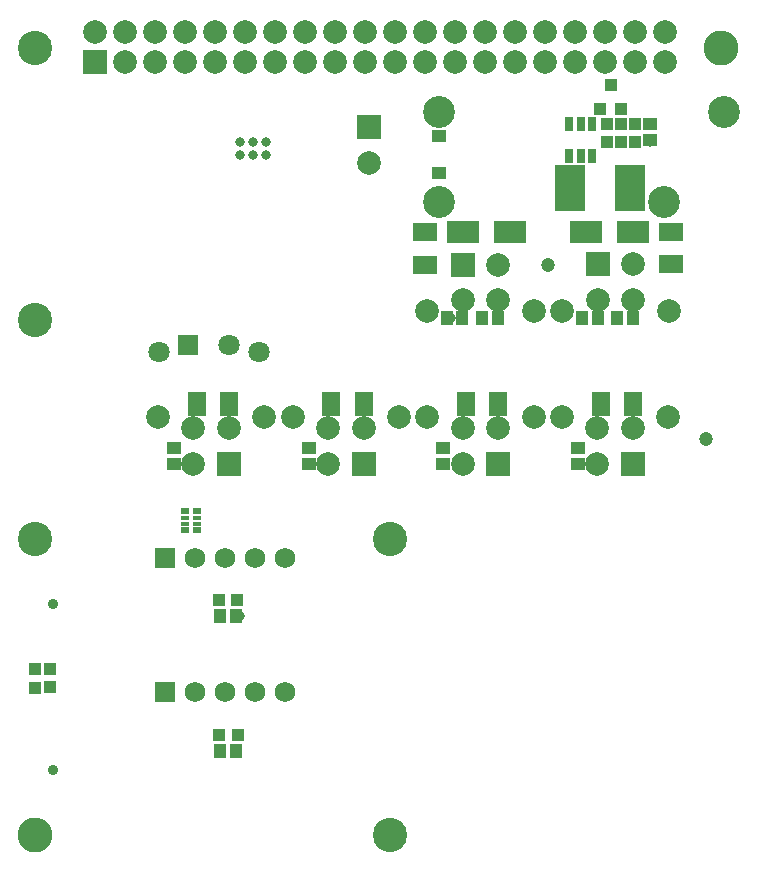
<source format=gbs>
G04*
G04 #@! TF.GenerationSoftware,Altium Limited,Altium Designer,20.0.11 (256)*
G04*
G04 Layer_Color=16711935*
%FSLAX25Y25*%
%MOIN*%
G70*
G01*
G75*
%ADD52R,0.04143X0.04537*%
%ADD53R,0.04537X0.04143*%
%ADD56R,0.04147X0.04147*%
%ADD57R,0.04147X0.04147*%
%ADD71R,0.03950X0.04343*%
%ADD72C,0.04737*%
%ADD73C,0.07887*%
%ADD74R,0.07887X0.07887*%
%ADD75C,0.10642*%
%ADD76R,0.07099X0.07099*%
%ADD77C,0.07099*%
%ADD78C,0.06800*%
%ADD79R,0.06800X0.06800*%
%ADD80C,0.03556*%
%ADD81C,0.11430*%
%ADD82C,0.11627*%
%ADD83C,0.03162*%
%ADD120R,0.10446X0.15367*%
%ADD121R,0.02962X0.04537*%
%ADD122R,0.06312X0.07887*%
%ADD123R,0.07887X0.06312*%
%ADD124R,0.10642X0.07493*%
%ADD125R,0.02769X0.01784*%
%ADD126R,0.02769X0.02178*%
%ADD127R,0.04540X0.04343*%
D52*
X203737Y182035D02*
D03*
X209052D02*
D03*
X152168Y182041D02*
D03*
X146853D02*
D03*
X76772Y82677D02*
D03*
X71457D02*
D03*
X76772Y37795D02*
D03*
X71457D02*
D03*
X164086Y182035D02*
D03*
X158772D02*
D03*
X197247D02*
D03*
X191932D02*
D03*
D53*
X190554Y138779D02*
D03*
Y133465D02*
D03*
X145672Y138779D02*
D03*
Y133465D02*
D03*
X101088Y138841D02*
D03*
Y133526D02*
D03*
X56153Y138908D02*
D03*
Y133593D02*
D03*
X214764Y241398D02*
D03*
Y246713D02*
D03*
D56*
X71063Y88189D02*
D03*
X77165D02*
D03*
X77253Y43012D02*
D03*
X71150D02*
D03*
D57*
X200394Y240611D02*
D03*
Y246713D02*
D03*
X209802Y240611D02*
D03*
Y246713D02*
D03*
X205118Y246713D02*
D03*
Y240611D02*
D03*
X14567Y65157D02*
D03*
Y59055D02*
D03*
X9625Y58858D02*
D03*
Y64961D02*
D03*
D71*
X205118Y251871D02*
D03*
X198031D02*
D03*
X201575Y259745D02*
D03*
D72*
X180709Y199606D02*
D03*
X233240Y141656D02*
D03*
D73*
X220863Y184490D02*
D03*
X209052Y188190D02*
D03*
X197241D02*
D03*
X185430Y184490D02*
D03*
X209052Y200001D02*
D03*
X164086Y199908D02*
D03*
X140464Y184396D02*
D03*
X152276Y188097D02*
D03*
X164086D02*
D03*
X175898Y184396D02*
D03*
X50690Y149076D02*
D03*
X62501Y145376D02*
D03*
X74313D02*
D03*
X86124Y149076D02*
D03*
X62501Y133564D02*
D03*
X107383D02*
D03*
X131005Y149076D02*
D03*
X119194Y145376D02*
D03*
X107383D02*
D03*
X95572Y149076D02*
D03*
X140454D02*
D03*
X152265Y145376D02*
D03*
X164076D02*
D03*
X175887Y149076D02*
D03*
X152265Y133564D02*
D03*
X197147D02*
D03*
X220769Y149076D02*
D03*
X208958Y145376D02*
D03*
X197147D02*
D03*
X185336Y149076D02*
D03*
X120867Y233857D02*
D03*
X29605Y277323D02*
D03*
X39605Y267323D02*
D03*
Y277323D02*
D03*
X49605Y267323D02*
D03*
Y277323D02*
D03*
X59605Y267323D02*
D03*
Y277323D02*
D03*
X69605Y267323D02*
D03*
Y277323D02*
D03*
X79605Y267323D02*
D03*
Y277323D02*
D03*
X89605Y267323D02*
D03*
Y277323D02*
D03*
X99605Y267323D02*
D03*
Y277323D02*
D03*
X109605Y267323D02*
D03*
Y277323D02*
D03*
X119605Y267323D02*
D03*
Y277323D02*
D03*
X129605Y267323D02*
D03*
Y277323D02*
D03*
X139605Y267323D02*
D03*
Y277323D02*
D03*
X149605Y267323D02*
D03*
Y277323D02*
D03*
X159605Y267323D02*
D03*
Y277323D02*
D03*
X169605Y267323D02*
D03*
Y277323D02*
D03*
X179605Y267323D02*
D03*
Y277323D02*
D03*
X189605Y267323D02*
D03*
Y277323D02*
D03*
X199605Y267323D02*
D03*
Y277323D02*
D03*
X209605Y267323D02*
D03*
Y277323D02*
D03*
X219605Y267323D02*
D03*
Y277323D02*
D03*
D74*
X197241Y200001D02*
D03*
X152276Y199908D02*
D03*
X74313Y133564D02*
D03*
X119194D02*
D03*
X164076D02*
D03*
X208958D02*
D03*
X120867Y245668D02*
D03*
X29605Y267323D02*
D03*
D75*
X144403Y220904D02*
D03*
Y250904D02*
D03*
X239284D02*
D03*
X219206Y220904D02*
D03*
D76*
X60731Y173228D02*
D03*
D77*
X74511D02*
D03*
X50889Y170748D02*
D03*
X84353D02*
D03*
D78*
X93150Y101969D02*
D03*
X83150D02*
D03*
X73150D02*
D03*
X63150D02*
D03*
X93119Y57579D02*
D03*
X83119D02*
D03*
X73119D02*
D03*
X63119D02*
D03*
D79*
X53150Y101969D02*
D03*
X53119Y57579D02*
D03*
D80*
X15748Y31299D02*
D03*
Y86811D02*
D03*
D81*
X9841Y272047D02*
D03*
X9843Y181495D02*
D03*
X9843Y108268D02*
D03*
X127953D02*
D03*
Y9843D02*
D03*
D82*
X238187Y272047D02*
D03*
X9843Y9843D02*
D03*
D83*
X148340Y182041D02*
D03*
X86615Y240747D02*
D03*
Y236416D02*
D03*
X82284Y240747D02*
D03*
Y236416D02*
D03*
X77953Y240747D02*
D03*
Y236416D02*
D03*
X198031Y251871D02*
D03*
X191932Y182035D02*
D03*
X209802Y240611D02*
D03*
X214764D02*
D03*
X77953Y82677D02*
D03*
X77165Y37802D02*
D03*
X70866Y88189D02*
D03*
X71017Y43012D02*
D03*
D120*
X208169Y225590D02*
D03*
X187894D02*
D03*
D121*
X187795Y235965D02*
D03*
X191535D02*
D03*
X195276D02*
D03*
Y246713D02*
D03*
X191535D02*
D03*
X187795D02*
D03*
D122*
X198231Y153543D02*
D03*
X209058D02*
D03*
X153349D02*
D03*
X164176D02*
D03*
X108467D02*
D03*
X119294D02*
D03*
X74412D02*
D03*
X63586D02*
D03*
D123*
X139764Y199908D02*
D03*
Y210735D02*
D03*
X221654Y200001D02*
D03*
Y210828D02*
D03*
D124*
X168110Y210630D02*
D03*
X152362D02*
D03*
X209055D02*
D03*
X193307D02*
D03*
D125*
X63681Y115506D02*
D03*
Y113537D02*
D03*
X59744Y115506D02*
D03*
Y113537D02*
D03*
D126*
X63681Y117671D02*
D03*
X59744D02*
D03*
X63681Y111372D02*
D03*
X59744D02*
D03*
D127*
X144403Y242873D02*
D03*
Y230432D02*
D03*
M02*

</source>
